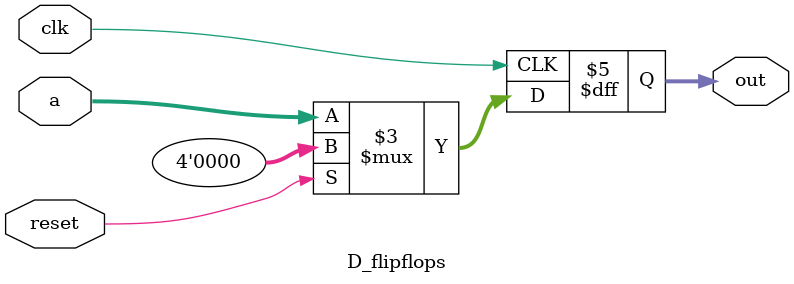
<source format=sv>
module counter #(parameter WIDTH = 4) (
    input logic clk,
    input logic reset,
    output logic clear,
    output logic [WIDTH-1:0] D_out,
    output logic [WIDTH-1:0] mux_out,  
    output logic [WIDTH-1:0] Q
);
    incrementer incr1(.val(Q), .reset(reset), .incr(D_out));
    mux2x1 mux1(.a(D_out), .b(4'h0), .sel(clear), .out(mux_out));
    comparater cmp1(.a(Q), .b(4'hd), .clear(clear));
    D_flipflops dff1(.a(mux_out), .clk(clk), .reset(reset), .out(Q));

endmodule


module mux2x1 #(parameter WIDTH = 4) ( 
    input logic [WIDTH-1:0] a,
    input logic [WIDTH-1:0] b,
    input logic sel,
    output logic [WIDTH-1:0] out
);

    always_comb begin
        case(sel)
            1'h0: out = a;
            1'h1: out = b;
            default: out = 4'hx;
        endcase
    end
endmodule

module incrementer #(parameter WIDTH = 4) (
    input logic [WIDTH-1:0] val,
    input logic reset,
    output logic [WIDTH-1:0] incr
);

    always_comb begin
        if (reset) begin
            incr = 0;
        end else begin
            incr = val + 1;
        end
    end

endmodule

module comparater #(parameter WIDTH = 4) (
    input logic [WIDTH-1:0] a,
    input logic [WIDTH-1:0] b,
    output logic clear
);

    always_comb begin
        if (a == b) begin
            clear = 1;
        end else begin
            clear = 0;
        end
    end

endmodule

module D_flipflops #(parameter WIDTH = 4) (
    input logic [WIDTH-1:0] a,
    input logic clk, reset,
    output logic [WIDTH-1:0] out
);

    always_ff @(posedge clk) begin
        if (reset) begin
            out <= #1 0;
        end else begin
            out <= #1 a;
        end
    end

endmodule

</source>
